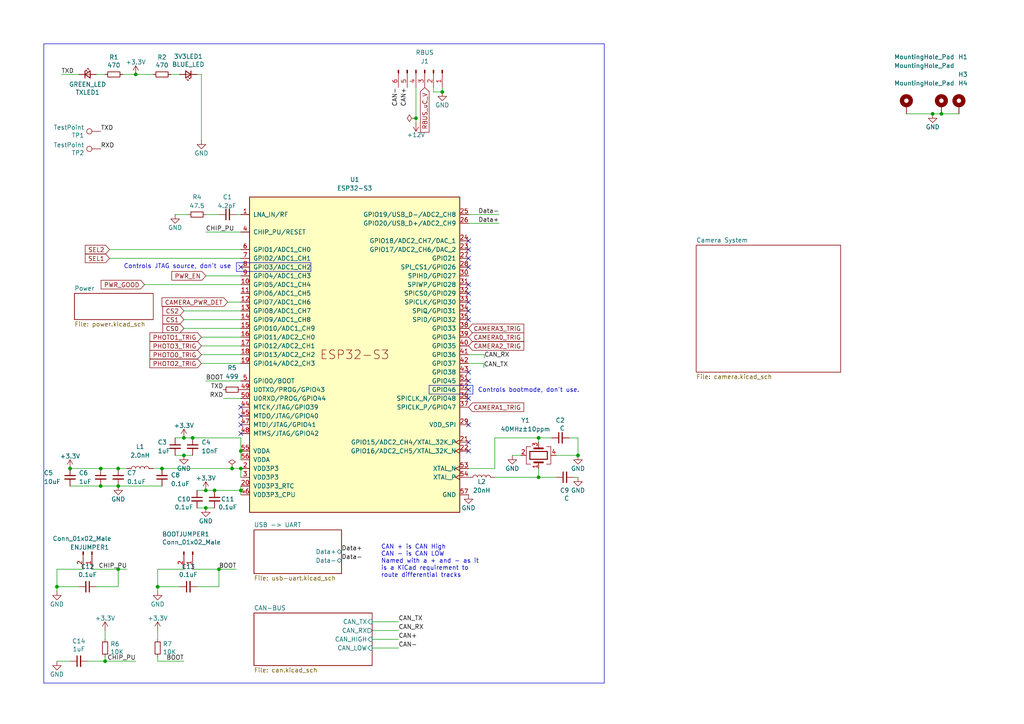
<source format=kicad_sch>
(kicad_sch (version 20231120) (generator "eeschema") (generator_version "8.0")
  (paper "A4")
  (lib_symbols
    (symbol "Connector:Conn_01x02_Male" (pin_names (offset 1.016) hide)
      (property "Reference" "J" (at 0 2.54 0))
      (property "Value" "Conn_01x02_Male" (at 0 -5.08 0))
      (symbol "Conn_01x02_Male_1_1"
        (polyline (pts (xy 1.27 -2.54) (xy 0.8636 -2.54)) (stroke (width 0.1524)))
        (polyline (pts (xy 1.27 0) (xy 0.8636 0)) (stroke (width 0.1524)))
        (rectangle (start 0.8636 -2.413) (end 0 -2.667) (stroke (width 0.1524)) (fill (type outline)))
        (rectangle (start 0.8636 0.127) (end 0 -0.127) (stroke (width 0.1524)) (fill (type outline)))
        (pin passive line (at 5.08 0 180) (length 3.81) (name "Pin_1") (number "1"))
        (pin passive line (at 5.08 -2.54 180) (length 3.81) (name "Pin_2") (number "2"))
      )
    )
    (symbol "Connector:Conn_01x06_Male" (pin_names (offset 1.016) hide)
      (property "Reference" "J" (at 0 7.62 0))
      (property "Value" "Conn_01x06_Male" (at 0 -10.16 0))
      (symbol "Conn_01x06_Male_1_1"
        (polyline (pts (xy 1.27 -7.62) (xy 0.8636 -7.62)) (stroke (width 0.1524)))
        (polyline (pts (xy 1.27 -5.08) (xy 0.8636 -5.08)) (stroke (width 0.1524)))
        (polyline (pts (xy 1.27 -2.54) (xy 0.8636 -2.54)) (stroke (width 0.1524)))
        (polyline (pts (xy 1.27 0) (xy 0.8636 0)) (stroke (width 0.1524)))
        (polyline (pts (xy 1.27 2.54) (xy 0.8636 2.54)) (stroke (width 0.1524)))
        (polyline (pts (xy 1.27 5.08) (xy 0.8636 5.08)) (stroke (width 0.1524)))
        (rectangle (start 0.8636 -7.493) (end 0 -7.747) (stroke (width 0.1524)) (fill (type outline)))
        (rectangle (start 0.8636 -4.953) (end 0 -5.207) (stroke (width 0.1524)) (fill (type outline)))
        (rectangle (start 0.8636 -2.413) (end 0 -2.667) (stroke (width 0.1524)) (fill (type outline)))
        (rectangle (start 0.8636 0.127) (end 0 -0.127) (stroke (width 0.1524)) (fill (type outline)))
        (rectangle (start 0.8636 2.667) (end 0 2.413) (stroke (width 0.1524)) (fill (type outline)))
        (rectangle (start 0.8636 5.207) (end 0 4.953) (stroke (width 0.1524)) (fill (type outline)))
        (pin passive line (at 5.08 5.08 180) (length 3.81) (name "Pin_1") (number "1"))
        (pin passive line (at 5.08 2.54 180) (length 3.81) (name "Pin_2") (number "2"))
        (pin passive line (at 5.08 0 180) (length 3.81) (name "Pin_3") (number "3"))
        (pin passive line (at 5.08 -2.54 180) (length 3.81) (name "Pin_4") (number "4"))
        (pin passive line (at 5.08 -5.08 180) (length 3.81) (name "Pin_5") (number "5"))
        (pin passive line (at 5.08 -7.62 180) (length 3.81) (name "Pin_6") (number "6"))
      )
    )
    (symbol "Connector:TestPoint" (pin_numbers hide) (pin_names (offset 0.762) hide)
      (property "Reference" "TP" (at 0 6.858 0))
      (property "Value" "TestPoint" (at 0 5.08 0))
      (symbol "TestPoint_0_1"
        (circle (center 0 3.302) (radius 0.762))
      )
      (symbol "TestPoint_1_1"
        (pin passive line (at 0 0 90) (length 2.54) (name "1") (number "1"))
      )
    )
    (symbol "Device:C_Small" (pin_numbers hide) (pin_names (offset 0.254) hide)
      (property "Reference" "C" (at 0.254 1.778 0))
      (property "Value" "C_Small" (at 0.254 -2.032 0))
      (symbol "C_Small_0_1"
        (polyline (pts (xy -1.524 -0.508) (xy 1.524 -0.508)) (stroke (width 0.3302)))
        (polyline (pts (xy -1.524 0.508) (xy 1.524 0.508)) (stroke (width 0.3048)))
      )
      (symbol "C_Small_1_1"
        (pin passive line (at 0 2.54 270) (length 2.032) (name "~") (number "1"))
        (pin passive line (at 0 -2.54 90) (length 2.032) (name "~") (number "2"))
      )
    )
    (symbol "Device:Crystal_GND24" (pin_names (offset 1.016) hide)
      (property "Reference" "Y" (at 3.175 5.08 0))
      (property "Value" "Crystal_GND24" (at 3.175 3.175 0))
      (symbol "Crystal_GND24_0_1"
        (rectangle (start -1.143 2.54) (end 1.143 -2.54) (stroke (width 0.3048)))
        (polyline (pts (xy -2.54 0) (xy -2.032 0)))
        (polyline (pts (xy -2.032 -1.27) (xy -2.032 1.27)) (stroke (width 0.508)))
        (polyline (pts (xy 0 -3.81) (xy 0 -3.556)))
        (polyline (pts (xy 0 3.556) (xy 0 3.81)))
        (polyline (pts (xy 2.032 -1.27) (xy 2.032 1.27)) (stroke (width 0.508)))
        (polyline (pts (xy 2.032 0) (xy 2.54 0)))
        (polyline (pts (xy -2.54 -2.286) (xy -2.54 -3.556) (xy 2.54 -3.556) (xy 2.54 -2.286)))
        (polyline (pts (xy -2.54 2.286) (xy -2.54 3.556) (xy 2.54 3.556) (xy 2.54 2.286)))
      )
      (symbol "Crystal_GND24_1_1"
        (pin passive line (at -3.81 0 0) (length 1.27) (name "1") (number "1"))
        (pin passive line (at 0 5.08 270) (length 1.27) (name "2") (number "2"))
        (pin passive line (at 3.81 0 180) (length 1.27) (name "3") (number "3"))
        (pin passive line (at 0 -5.08 90) (length 1.27) (name "4") (number "4"))
      )
    )
    (symbol "Device:L" (pin_numbers hide) (pin_names (offset 1.016) hide)
      (property "Reference" "L" (at -1.27 0 90))
      (property "Value" "L" (at 1.905 0 90))
      (symbol "L_0_1"
        (arc (start 0 -2.54) (mid 0.6323 -1.905) (end 0 -1.27))
        (arc (start 0 -1.27) (mid 0.6323 -0.635) (end 0 0))
        (arc (start 0 0) (mid 0.6323 0.635) (end 0 1.27))
        (arc (start 0 1.27) (mid 0.6323 1.905) (end 0 2.54))
      )
      (symbol "L_1_1"
        (pin passive line (at 0 3.81 270) (length 1.27) (name "1") (number "1"))
        (pin passive line (at 0 -3.81 90) (length 1.27) (name "2") (number "2"))
      )
    )
    (symbol "Device:LED_Small" (pin_numbers hide) (pin_names (offset 0.254) hide)
      (property "Reference" "D" (at -1.27 3.175 0))
      (property "Value" "LED_Small" (at -4.445 -2.54 0))
      (symbol "LED_Small_0_1"
        (polyline (pts (xy -0.762 -1.016) (xy -0.762 1.016)) (stroke (width 0.254)))
        (polyline (pts (xy 1.016 0) (xy -0.762 0)))
        (polyline (pts (xy 0.762 -1.016) (xy -0.762 0) (xy 0.762 1.016) (xy 0.762 -1.016)) (stroke (width 0.254)))
        (polyline (pts (xy 0 0.762) (xy -0.508 1.27) (xy -0.254 1.27) (xy -0.508 1.27) (xy -0.508 1.016)))
        (polyline (pts (xy 0.508 1.27) (xy 0 1.778) (xy 0.254 1.778) (xy 0 1.778) (xy 0 1.524)))
      )
      (symbol "LED_Small_1_1"
        (pin passive line (at -2.54 0 0) (length 1.778) (name "K") (number "1"))
        (pin passive line (at 2.54 0 180) (length 1.778) (name "A") (number "2"))
      )
    )
    (symbol "Device:R_Small" (pin_numbers hide) (pin_names (offset 0.254) hide)
      (property "Reference" "R" (at 0.762 0.508 0))
      (property "Value" "R_Small" (at 0.762 -1.016 0))
      (symbol "R_Small_0_1"
        (rectangle (start -0.762 1.778) (end 0.762 -1.778) (stroke (width 0.2032)))
      )
      (symbol "R_Small_1_1"
        (pin passive line (at 0 2.54 270) (length 0.762) (name "~") (number "1"))
        (pin passive line (at 0 -2.54 90) (length 0.762) (name "~") (number "2"))
      )
    )
    (symbol "Espressif:ESP32-S3" (pin_names (offset 1.016))
      (property "Reference" "U" (at 0 48.26 0))
      (property "Value" "ESP32-S3" (at 0 -48.26 0))
      (symbol "ESP32-S3_0_0"
        (text "ESP32-S3" (at 0 0 0) (effects (font (size 2.54 2.54))))
        (pin bidirectional line (at 33.02 -12.7 180) (length 2.54) (name "SPICLK_N/GPIO48") (number "36"))
        (pin bidirectional line (at 33.02 -15.24 180) (length 2.54) (name "SPICLK_P/GPIO47") (number "37"))
      )
      (symbol "ESP32-S3_0_1"
        (rectangle (start -30.48 45.72) (end 30.48 -45.72) (stroke (width 0.254)) (fill (type background)))
      )
      (symbol "ESP32-S3_1_1"
        (pin bidirectional line (at -33.02 40.64 0) (length 2.54) (name "LNA_IN/RF") (number "1"))
        (pin bidirectional line (at -33.02 20.32 0) (length 2.54) (name "GPIO5/ADC1_CH4") (number "10"))
        (pin bidirectional line (at -33.02 17.78 0) (length 2.54) (name "GPIO6/ADC1_CH5") (number "11"))
        (pin bidirectional line (at -33.02 15.24 0) (length 2.54) (name "GPIO7/ADC1_CH6") (number "12"))
        (pin bidirectional line (at -33.02 12.7 0) (length 2.54) (name "GPIO8/ADC1_CH7") (number "13"))
        (pin bidirectional line (at -33.02 10.16 0) (length 2.54) (name "GPIO9/ADC1_CH8") (number "14"))
        (pin bidirectional line (at -33.02 7.62 0) (length 2.54) (name "GPIO10/ADC1_CH9") (number "15"))
        (pin bidirectional line (at -33.02 5.08 0) (length 2.54) (name "GPIO11/ADC2_CH0") (number "16"))
        (pin bidirectional line (at -33.02 2.54 0) (length 2.54) (name "GPIO12/ADC2_CH1") (number "17"))
        (pin bidirectional line (at -33.02 0 0) (length 2.54) (name "GPIO13/ADC2_CH2") (number "18"))
        (pin bidirectional line (at -33.02 -2.54 0) (length 2.54) (name "GPIO14/ADC2_CH3") (number "19"))
        (pin power_in line (at -33.02 -33.02 0) (length 2.54) (name "VDD3P3") (number "2"))
        (pin power_in line (at -33.02 -38.1 0) (length 2.54) (name "VDD3P3_RTC") (number "20"))
        (pin input clock (at 33.02 -25.4 180) (length 2.54) (name "GPIO15/ADC2_CH4/XTAL_32K_P") (number "21"))
        (pin output clock (at 33.02 -27.94 180) (length 2.54) (name "GPIO16/ADC2_CH5/XTAL_32K_N") (number "22"))
        (pin bidirectional line (at 33.02 30.48 180) (length 2.54) (name "GPIO17/ADC2_CH6/DAC_2") (number "23"))
        (pin bidirectional line (at 33.02 33.02 180) (length 2.54) (name "GPIO18/ADC2_CH7/DAC_1") (number "24"))
        (pin bidirectional line (at 33.02 40.64 180) (length 2.54) (name "GPIO19/USB_D-/ADC2_CH8") (number "25"))
        (pin bidirectional line (at 33.02 38.1 180) (length 2.54) (name "GPIO20/USB_D+/ADC2_CH9") (number "26"))
        (pin bidirectional line (at 33.02 27.94 180) (length 2.54) (name "GPIO21") (number "27"))
        (pin bidirectional line (at 33.02 25.4 180) (length 2.54) (name "SPI_CS1/GPIO26") (number "28"))
        (pin power_out line (at 33.02 -20.32 180) (length 2.54) (name "VDD_SPI") (number "29"))
        (pin power_in line (at -33.02 -35.56 0) (length 2.54) (name "VDD3P3") (number "3"))
        (pin bidirectional line (at 33.02 22.86 180) (length 2.54) (name "SPIHD/GPIO27") (number "30"))
        (pin bidirectional line (at 33.02 20.32 180) (length 2.54) (name "SPIWP/GPIO28") (number "31"))
        (pin bidirectional line (at 33.02 17.78 180) (length 2.54) (name "SPICS0/GPIO29") (number "32"))
        (pin bidirectional line (at 33.02 15.24 180) (length 2.54) (name "SPICLK/GPIO30") (number "33"))
        (pin bidirectional line (at 33.02 12.7 180) (length 2.54) (name "SPIQ/GPIO31") (number "34"))
        (pin bidirectional line (at 33.02 10.16 180) (length 2.54) (name "SPID/GPIO32") (number "35"))
        (pin bidirectional line (at 33.02 7.62 180) (length 2.54) (name "GPIO33") (number "38"))
        (pin bidirectional line (at 33.02 5.08 180) (length 2.54) (name "GPIO34") (number "39"))
        (pin input line (at -33.02 35.56 0) (length 2.54) (name "CHIP_PU/RESET") (number "4"))
        (pin bidirectional line (at 33.02 2.54 180) (length 2.54) (name "GPIO35") (number "40"))
        (pin bidirectional line (at 33.02 0 180) (length 2.54) (name "GPIO36") (number "41"))
        (pin bidirectional line (at 33.02 -2.54 180) (length 2.54) (name "GPIO37") (number "42"))
        (pin bidirectional line (at 33.02 -5.08 180) (length 2.54) (name "GPIO38") (number "43"))
        (pin bidirectional line (at -33.02 -15.24 0) (length 2.54) (name "MTCK/JTAG/GPIO39") (number "44"))
        (pin bidirectional line (at -33.02 -17.78 0) (length 2.54) (name "MTDO/JTAG/GPIO40") (number "45"))
        (pin power_in line (at -33.02 -40.64 0) (length 2.54) (name "VDD3P3_CPU") (number "46"))
        (pin bidirectional line (at -33.02 -20.32 0) (length 2.54) (name "MTDI/JTAG/GPIO41") (number "47"))
        (pin bidirectional line (at -33.02 -22.86 0) (length 2.54) (name "MTMS/JTAG/GPIO42") (number "48"))
        (pin bidirectional line (at -33.02 -10.16 0) (length 2.54) (name "U0TXD/PROG/GPIO43") (number "49"))
        (pin bidirectional line (at -33.02 -7.62 0) (length 2.54) (name "GPIO0/BOOT") (number "5"))
        (pin bidirectional line (at -33.02 -12.7 0) (length 2.54) (name "U0RXD/PROG/GPIO44") (number "50"))
        (pin bidirectional line (at 33.02 -7.62 180) (length 2.54) (name "GPIO45") (number "51"))
        (pin bidirectional line (at 33.02 -10.16 180) (length 2.54) (name "GPIO46") (number "52"))
        (pin input clock (at 33.02 -33.02 180) (length 2.54) (name "XTAL_N") (number "53"))
        (pin output clock (at 33.02 -35.56 180) (length 2.54) (name "XTAL_P") (number "54"))
        (pin power_in line (at -33.02 -27.94 0) (length 2.54) (name "VDDA") (number "55"))
        (pin power_in line (at -33.02 -30.48 0) (length 2.54) (name "VDDA") (number "56"))
        (pin power_in line (at 33.02 -40.64 180) (length 2.54) (name "GND") (number "57"))
        (pin bidirectional line (at -33.02 30.48 0) (length 2.54) (name "GPIO1/ADC1_CH0") (number "6"))
        (pin bidirectional line (at -33.02 27.94 0) (length 2.54) (name "GPIO2/ADC1_CH1") (number "7"))
        (pin bidirectional line (at -33.02 25.4 0) (length 2.54) (name "GPIO3/ADC1_CH2") (number "8"))
        (pin bidirectional line (at -33.02 22.86 0) (length 2.54) (name "GPIO4/ADC1_CH3") (number "9"))
      )
    )
    (symbol "Mechanical:MountingHole_Pad" (pin_numbers hide) (pin_names (offset 1.016) hide)
      (property "Reference" "H" (at 0 6.35 0))
      (property "Value" "MountingHole_Pad" (at 0 4.445 0))
      (symbol "MountingHole_Pad_0_1"
        (circle (center 0 1.27) (radius 1.27) (stroke (width 1.27)))
      )
      (symbol "MountingHole_Pad_1_1"
        (pin input line (at 0 -2.54 90) (length 2.54) (name "1") (number "1"))
      )
    )
    (symbol "power:+12V" (power) (pin_names (offset 0))
      (property "Value" "+12V" (at 0 3.556 0))
      (symbol "+12V_0_1"
        (polyline (pts (xy -0.762 1.27) (xy 0 2.54)))
        (polyline (pts (xy 0 0) (xy 0 2.54)))
        (polyline (pts (xy 0 2.54) (xy 0.762 1.27)))
      )
      (symbol "+12V_1_1"
        (pin power_in line (at 0 0 90) (length 0) hide (name "+12V") (number "1"))
      )
    )
    (symbol "power:+3.3V" (power) (pin_names (offset 0))
      (property "Value" "+3.3V" (at 0 3.556 0))
      (symbol "+3.3V_0_1"
        (polyline (pts (xy -0.762 1.27) (xy 0 2.54)))
        (polyline (pts (xy 0 0) (xy 0 2.54)))
        (polyline (pts (xy 0 2.54) (xy 0.762 1.27)))
      )
      (symbol "+3.3V_1_1"
        (pin power_in line (at 0 0 90) (length 0) hide (name "+3.3V") (number "1"))
      )
    )
    (symbol "power:GND" (power) (pin_names (offset 0))
      (property "Value" "GND" (at 0 -3.81 0))
      (symbol "GND_0_1"
        (polyline (pts (xy 0 0) (xy 0 -1.27) (xy 1.27 -1.27) (xy 0 -2.54) (xy -1.27 -1.27) (xy 0 -1.27)))
      )
      (symbol "GND_1_1"
        (pin power_in line (at 0 0 270) (length 0) hide (name "GND") (number "1"))
      )
    )
    (symbol "power:PWR_FLAG" (power) (pin_numbers hide) (pin_names (offset 0) hide)
      (property "Value" "PWR_FLAG" (at 0 3.81 0))
      (symbol "PWR_FLAG_0_0"
        (pin power_out line (at 0 0 90) (length 0) (name "pwr") (number "1"))
      )
      (symbol "PWR_FLAG_0_1"
        (polyline (pts (xy 0 0) (xy 0 1.27) (xy -1.016 1.905) (xy 0 2.54) (xy 1.016 1.905) (xy 0 1.27)))
      )
    )
  )
  (junction (at 39.37 21.59))
  (junction (at 59.69 142.24))
  (junction (at 53.34 127))
  (junction (at 30.48 191.77))
  (junction (at 69.85 142.24))
  (junction (at 55.88 127))
  (junction (at 63.5 165.1))
  (junction (at 59.69 147.32))
  (junction (at 62.23 142.24))
  (junction (at 34.29 135.89))
  (junction (at 20.32 135.89))
  (junction (at 45.72 170.18))
  (junction (at 46.99 135.89))
  (junction (at 120.65 34.29))
  (junction (at 29.21 135.89))
  (junction (at 34.29 140.97))
  (junction (at 156.21 127))
  (junction (at 273.05 33.02))
  (junction (at 53.34 132.08))
  (junction (at 156.21 138.43))
  (junction (at 69.85 130.81))
  (junction (at 29.21 140.97))
  (junction (at 16.51 170.18))
  (junction (at 270.51 33.02))
  (junction (at 167.64 132.08))
  (junction (at 67.31 135.89))
  (junction (at 128.27 26.67))
  (junction (at 34.29 165.1))
  (junction (at 69.85 135.89))
  (no_connect (at 69.85 125.73))
  (no_connect (at 135.89 77.47))
  (no_connect (at 135.89 69.85))
  (no_connect (at 135.89 107.95))
  (no_connect (at 135.89 87.63))
  (no_connect (at 135.89 115.57))
  (no_connect (at 135.89 82.55))
  (no_connect (at 69.85 123.19))
  (no_connect (at 135.89 130.81))
  (no_connect (at 135.89 90.17))
  (no_connect (at 69.85 77.47))
  (no_connect (at 69.85 120.65))
  (no_connect (at 135.89 72.39))
  (no_connect (at 135.89 74.93))
  (no_connect (at 69.85 118.11))
  (no_connect (at 135.89 113.03))
  (no_connect (at 135.89 110.49))
  (no_connect (at 135.89 92.71))
  (no_connect (at 135.89 128.27))
  (no_connect (at 135.89 85.09))
  (no_connect (at 135.89 123.19))
  (wire (pts (xy 30.48 191.77) (xy 30.48 190.5)))
  (wire (pts (xy 135.89 62.23) (xy 144.78 62.23)))
  (wire (pts (xy 69.85 135.89) (xy 69.85 138.43)))
  (polyline (pts (xy 90.17 78.74) (xy 68.58 78.74)))
  (wire (pts (xy 63.5 170.18) (xy 63.5 165.1)))
  (wire (pts (xy 53.34 90.17) (xy 69.85 90.17)))
  (wire (pts (xy 67.31 135.89) (xy 69.85 135.89)))
  (polyline (pts (xy 68.58 76.2) (xy 68.58 78.74)))
  (wire (pts (xy 16.51 191.77) (xy 20.32 191.77)))
  (wire (pts (xy 107.95 180.34) (xy 115.57 180.34)))
  (wire (pts (xy 58.42 105.41) (xy 69.85 105.41)))
  (wire (pts (xy 128.27 25.4) (xy 128.27 26.67)))
  (wire (pts (xy 160.02 127) (xy 156.21 127)))
  (wire (pts (xy 45.72 165.1) (xy 53.34 165.1)))
  (wire (pts (xy 125.73 26.67) (xy 128.27 26.67)))
  (wire (pts (xy 41.91 82.55) (xy 69.85 82.55)))
  (wire (pts (xy 58.42 21.59) (xy 57.15 21.59)))
  (wire (pts (xy 29.21 135.89) (xy 34.29 135.89)))
  (wire (pts (xy 120.65 34.29) (xy 120.65 25.4)))
  (wire (pts (xy 143.51 138.43) (xy 156.21 138.43)))
  (wire (pts (xy 59.69 110.49) (xy 69.85 110.49)))
  (polyline (pts (xy 12.7 12.7) (xy 12.7 198.12)))
  (wire (pts (xy 262.89 33.02) (xy 270.51 33.02)))
  (wire (pts (xy 16.51 170.18) (xy 16.51 171.45)))
  (wire (pts (xy 57.15 170.18) (xy 63.5 170.18)))
  (polyline (pts (xy 137.16 111.76) (xy 137.16 114.3)))
  (wire (pts (xy 68.58 165.1) (xy 63.5 165.1)))
  (wire (pts (xy 68.58 62.23) (xy 69.85 62.23)))
  (wire (pts (xy 27.94 21.59) (xy 30.48 21.59)))
  (wire (pts (xy 16.51 165.1) (xy 16.51 170.18)))
  (wire (pts (xy 161.29 132.08) (xy 167.64 132.08)))
  (wire (pts (xy 30.48 182.88) (xy 30.48 185.42)))
  (wire (pts (xy 57.15 147.32) (xy 59.69 147.32)))
  (polyline (pts (xy 68.58 76.2) (xy 90.17 76.2)))
  (wire (pts (xy 34.29 135.89) (xy 36.83 135.89)))
  (wire (pts (xy 69.85 142.24) (xy 69.85 143.51)))
  (wire (pts (xy 62.23 142.24) (xy 69.85 142.24)))
  (wire (pts (xy 64.77 115.57) (xy 69.85 115.57)))
  (wire (pts (xy 53.34 132.08) (xy 55.88 132.08)))
  (wire (pts (xy 143.51 135.89) (xy 143.51 127)))
  (wire (pts (xy 156.21 127) (xy 156.21 128.27)))
  (wire (pts (xy 34.29 165.1) (xy 36.83 165.1)))
  (wire (pts (xy 135.89 105.41) (xy 140.335 105.41)))
  (wire (pts (xy 50.8 132.08) (xy 53.34 132.08)))
  (polyline (pts (xy 124.46 111.76) (xy 124.46 114.3)))
  (polyline (pts (xy 12.7 12.7) (xy 175.26 12.7)))
  (wire (pts (xy 31.75 74.93) (xy 69.85 74.93)))
  (wire (pts (xy 69.85 130.81) (xy 69.85 133.35)))
  (wire (pts (xy 22.86 170.18) (xy 16.51 170.18)))
  (wire (pts (xy 50.8 127) (xy 53.34 127)))
  (wire (pts (xy 17.78 21.59) (xy 22.86 21.59)))
  (wire (pts (xy 52.07 170.18) (xy 45.72 170.18)))
  (wire (pts (xy 50.8 62.23) (xy 54.61 62.23)))
  (wire (pts (xy 59.69 62.23) (xy 63.5 62.23)))
  (wire (pts (xy 278.13 33.02) (xy 273.05 33.02)))
  (wire (pts (xy 29.21 140.97) (xy 34.29 140.97)))
  (wire (pts (xy 35.56 21.59) (xy 39.37 21.59)))
  (wire (pts (xy 55.88 127) (xy 69.85 127)))
  (wire (pts (xy 120.65 35.56) (xy 120.65 34.29)))
  (wire (pts (xy 107.95 187.96) (xy 115.57 187.96)))
  (wire (pts (xy 107.95 182.88) (xy 115.57 182.88)))
  (wire (pts (xy 69.85 127) (xy 69.85 130.81)))
  (polyline (pts (xy 137.16 114.3) (xy 124.46 114.3)))
  (wire (pts (xy 55.88 165.1) (xy 63.5 165.1)))
  (wire (pts (xy 125.73 25.4) (xy 125.73 26.67)))
  (wire (pts (xy 25.4 191.77) (xy 30.48 191.77)))
  (wire (pts (xy 273.05 33.02) (xy 270.51 33.02)))
  (wire (pts (xy 135.89 135.89) (xy 143.51 135.89)))
  (wire (pts (xy 45.72 170.18) (xy 45.72 171.45)))
  (wire (pts (xy 45.72 191.77) (xy 45.72 190.5)))
  (wire (pts (xy 49.53 21.59) (xy 52.07 21.59)))
  (wire (pts (xy 58.42 102.87) (xy 69.85 102.87)))
  (wire (pts (xy 148.59 132.08) (xy 151.13 132.08)))
  (wire (pts (xy 161.29 138.43) (xy 156.21 138.43)))
  (wire (pts (xy 135.89 102.87) (xy 140.462 102.87)))
  (wire (pts (xy 59.69 67.31) (xy 69.85 67.31)))
  (wire (pts (xy 53.34 191.77) (xy 45.72 191.77)))
  (wire (pts (xy 20.32 135.89) (xy 29.21 135.89)))
  (wire (pts (xy 58.42 21.59) (xy 58.42 40.64)))
  (wire (pts (xy 156.21 135.89) (xy 156.21 138.43)))
  (wire (pts (xy 34.29 170.18) (xy 34.29 165.1)))
  (polyline (pts (xy 90.17 76.2) (xy 90.17 78.74)))
  (wire (pts (xy 143.51 127) (xy 156.21 127)))
  (wire (pts (xy 167.64 138.43) (xy 166.37 138.43)))
  (wire (pts (xy 58.42 97.79) (xy 69.85 97.79)))
  (wire (pts (xy 140.335 105.41) (xy 140.335 106.68)))
  (wire (pts (xy 167.64 127) (xy 167.64 132.08)))
  (wire (pts (xy 58.42 100.33) (xy 69.85 100.33)))
  (wire (pts (xy 31.75 72.39) (xy 69.85 72.39)))
  (wire (pts (xy 39.37 21.59) (xy 44.45 21.59)))
  (wire (pts (xy 140.462 102.87) (xy 140.462 103.886)))
  (polyline (pts (xy 124.46 111.76) (xy 137.16 111.76)))
  (wire (pts (xy 59.69 147.32) (xy 62.23 147.32)))
  (wire (pts (xy 59.69 80.01) (xy 69.85 80.01)))
  (wire (pts (xy 30.48 191.77) (xy 39.37 191.77)))
  (wire (pts (xy 107.95 185.42) (xy 115.57 185.42)))
  (wire (pts (xy 53.34 127) (xy 55.88 127)))
  (wire (pts (xy 44.45 135.89) (xy 46.99 135.89)))
  (polyline (pts (xy 175.26 12.7) (xy 175.26 198.12)))
  (wire (pts (xy 46.99 135.89) (xy 67.31 135.89)))
  (wire (pts (xy 34.29 140.97) (xy 46.99 140.97)))
  (wire (pts (xy 135.89 64.77) (xy 144.78 64.77)))
  (wire (pts (xy 27.94 170.18) (xy 34.29 170.18)))
  (wire (pts (xy 45.72 165.1) (xy 45.72 170.18)))
  (wire (pts (xy 53.34 95.25) (xy 69.85 95.25)))
  (wire (pts (xy 59.69 142.24) (xy 62.23 142.24)))
  (wire (pts (xy 57.15 142.24) (xy 59.69 142.24)))
  (wire (pts (xy 53.34 92.71) (xy 69.85 92.71)))
  (wire (pts (xy 20.32 140.97) (xy 29.21 140.97)))
  (wire (pts (xy 66.04 87.63) (xy 69.85 87.63)))
  (wire (pts (xy 69.85 142.24) (xy 69.85 140.97)))
  (wire (pts (xy 167.64 127) (xy 165.1 127)))
  (wire (pts (xy 26.67 165.1) (xy 34.29 165.1)))
  (wire (pts (xy 45.72 182.88) (xy 45.72 185.42)))
  (wire (pts (xy 16.51 165.1) (xy 24.13 165.1)))
  (polyline (pts (xy 175.26 198.12) (xy 12.7 198.12)))
  (text "Controls bootmode, don't use.\n" (at 138.5894 113.9757 0) (effects (font (size 1.27 1.27)) (justify left bottom)))
  (text "CAN + is CAN High\nCAN - is CAN LOW\nNamed with a + and - as it\nis a KiCad requirement to\nroute differential tracks\n" (at 110.49 167.64 0) (effects (font (size 1.27 1.27)) (justify left bottom)))
  (text "Controls JTAG source, don't use\n" (at 67.0857 78.0878 0) (effects (font (size 1.27 1.27)) (justify right bottom)))
  (label "CHIP_PU" (at 36.83 165.1 180))
  (label "CAN+" (at 115.57 185.42 0))
  (label "CAN_TX" (at 140.335 106.68 0))
  (label "Data+" (at 99.06 160.02 0))
  (label "RXD" (at 29.21 43.18 0))
  (label "Data-" (at 99.06 162.56 0))
  (label "BOOT" (at 53.34 191.77 180))
  (label "TXD" (at 29.21 38.1 0))
  (label "CAN-" (at 115.57 25.4 270))
  (label "CAN+" (at 118.11 25.4 270))
  (label "CAN_TX" (at 115.57 180.34 0))
  (label "BOOT" (at 68.58 165.1 180))
  (label "RXD" (at 64.77 115.57 180))
  (label "BOOT" (at 59.69 110.49 0))
  (label "TXD" (at 64.77 113.03 180))
  (label "CHIP_PU" (at 59.69 67.31 0))
  (label "CAN_RX" (at 115.57 182.88 0))
  (label "Data+" (at 144.78 64.77 180))
  (label "Data-" (at 144.78 62.23 180))
  (label "CAN-" (at 115.57 187.96 0))
  (label "CAN_RX" (at 140.462 103.886 0))
  (label "TXD" (at 17.78 21.59 0))
  (label "CHIP_PU" (at 39.37 191.77 180))
  (global_label "CAMERA0_TRIG" (shape input) (at 135.89 97.79 0) (property "Intersheetrefs" "${INTERSHEET_REFS}" (effects (hide yes))))
  (global_label "PHOTO0_TRIG" (shape input) (at 58.42 102.87 180) (property "Intersheetrefs" "${INTERSHEET_REFS}" (effects (hide yes))))
  (global_label "CAMERA2_TRIG" (shape input) (at 135.89 100.33 0) (property "Intersheetrefs" "${INTERSHEET_REFS}" (effects (hide yes))))
  (global_label "CS2" (shape input) (at 53.34 90.17 180) (property "Intersheetrefs" "${INTERSHEET_REFS}" (effects (hide yes))))
  (global_label "SEL1" (shape input) (at 31.75 74.93 180) (property "Intersheetrefs" "${INTERSHEET_REFS}" (effects (hide yes))))
  (global_label "PHOTO2_TRIG" (shape input) (at 58.42 105.41 180) (property "Intersheetrefs" "${INTERSHEET_REFS}" (effects (hide yes))))
  (global_label "PHOTO1_TRIG" (shape input) (at 58.42 97.79 180) (property "Intersheetrefs" "${INTERSHEET_REFS}" (effects (hide yes))))
  (global_label "CS1" (shape input) (at 53.34 92.71 180) (property "Intersheetrefs" "${INTERSHEET_REFS}" (effects (hide yes))))
  (global_label "CS0" (shape input) (at 53.34 95.25 180) (property "Intersheetrefs" "${INTERSHEET_REFS}" (effects (hide yes))))
  (global_label "PHOTO3_TRIG" (shape input) (at 58.42 100.33 180) (property "Intersheetrefs" "${INTERSHEET_REFS}" (effects (hide yes))))
  (global_label "CAMERA_PWR_DET" (shape input) (at 66.04 87.63 180) (property "Intersheetrefs" "${INTERSHEET_REFS}" (effects (hide yes))))
  (global_label "CAMERA1_TRIG" (shape input) (at 135.89 118.11 0) (property "Intersheetrefs" "${INTERSHEET_REFS}" (effects (hide yes))))
  (global_label "RBUS_uC_V" (shape input) (at 123.19 25.4 270) (property "Intersheetrefs" "${INTERSHEET_REFS}" (effects (hide yes))))
  (global_label "PWR_GOOD" (shape input) (at 41.91 82.55 180) (property "Intersheetrefs" "${INTERSHEET_REFS}" (effects (hide yes))))
  (global_label "SEL2" (shape input) (at 31.75 72.39 180) (property "Intersheetrefs" "${INTERSHEET_REFS}" (effects (hide yes))))
  (global_label "CAMERA3_TRIG" (shape input) (at 135.89 95.25 0) (property "Intersheetrefs" "${INTERSHEET_REFS}" (effects (hide yes))))
  (global_label "PWR_EN" (shape input) (at 59.69 80.01 180) (property "Intersheetrefs" "${INTERSHEET_REFS}" (effects (hide yes))))
  (symbol (lib_id "power:+3.3V") (at 30.48 182.88 0) (unit 1)
    (property "Reference" "#PWR021" (effects (hide yes)))
    (property "Value" "+3.3V" (at 30.48 179.324 0))
  )
  (symbol (lib_id "Device:R_Small") (at 30.48 187.96 0) (unit 1)
    (property "Reference" "R6" (at 31.9786 186.7916 0) (effects (justify left)))
    (property "Value" "10K" (at 31.9786 189.103 0) (effects (justify left)))
    (property "Footprint" "Resistor_SMD:R_0402_1005Metric" (effects (hide yes)))
  )
  (symbol (lib_id "Device:C_Small") (at 22.86 191.77 90) (mirror x) (unit 1)
    (property "Reference" "C14" (at 22.86 185.9534 90))
    (property "Value" "1uF" (at 22.86 188.2648 90))
    (property "Footprint" "Capacitor_SMD:C_0402_1005Metric" (effects (hide yes)))
  )
  (symbol (lib_id "power:GND") (at 16.51 191.77 0) (unit 1)
    (property "Reference" "#PWR023" (effects (hide yes)))
    (property "Value" "GND" (at 16.51 195.58 0))
  )
  (symbol (lib_id "power:+3.3V") (at 45.72 182.88 0) (unit 1)
    (property "Reference" "#PWR022" (effects (hide yes)))
    (property "Value" "+3.3V" (at 45.72 179.324 0))
  )
  (symbol (lib_id "Device:R_Small") (at 45.72 187.96 0) (unit 1)
    (property "Reference" "R7" (at 47.2186 186.7916 0) (effects (justify left)))
    (property "Value" "10K" (at 47.2186 189.103 0) (effects (justify left)))
    (property "Footprint" "Resistor_SMD:R_0402_1005Metric" (effects (hide yes)))
  )
  (symbol (lib_id "power:GND") (at 45.72 171.45 0) (unit 1)
    (property "Reference" "#PWR020" (effects (hide yes)))
    (property "Value" "GND" (at 45.72 175.26 0))
  )
  (symbol (lib_id "Device:C_Small") (at 54.61 170.18 90) (mirror x) (unit 1)
    (property "Reference" "C13" (at 54.61 164.3634 90))
    (property "Value" "0.1uF" (at 54.61 166.6748 90))
    (property "Footprint" "Capacitor_SMD:C_0402_1005Metric" (effects (hide yes)))
  )
  (symbol (lib_id "power:GND") (at 16.51 171.45 0) (unit 1)
    (property "Reference" "#PWR019" (effects (hide yes)))
    (property "Value" "GND" (at 16.51 175.26 0))
  )
  (symbol (lib_id "Device:C_Small") (at 25.4 170.18 270) (unit 1)
    (property "Reference" "C12" (at 25.4 164.3634 90))
    (property "Value" "0.1uF" (at 25.4 166.6748 90))
    (property "Footprint" "Capacitor_SMD:C_0402_1005Metric" (effects (hide yes)))
  )
  (symbol (lib_id "Device:LED_Small") (at 25.4 21.59 0) (unit 1)
    (property "Reference" "TXLED1" (at 25.4 26.797 0))
    (property "Value" "GREEN_LED" (at 25.4 24.4856 0))
    (property "Footprint" "Resistor_SMD:R_0402_1005Metric" (effects (hide yes)))
  )
  (symbol (lib_id "Device:R_Small") (at 33.02 21.59 270) (unit 1)
    (property "Reference" "R1" (at 33.02 16.6116 90))
    (property "Value" "470" (at 33.02 18.923 90))
    (property "Footprint" "Resistor_SMD:R_0402_1005Metric" (effects (hide yes)))
  )
  (symbol (lib_id "power:GND") (at 58.42 40.64 0) (unit 1)
    (property "Reference" "#PWR06" (effects (hide yes)))
    (property "Value" "GND" (at 58.42 44.45 0))
  )
  (symbol (lib_id "power:+3.3V") (at 39.37 21.59 0) (unit 1)
    (property "Reference" "#PWR01" (effects (hide yes)))
    (property "Value" "+3.3V" (at 39.37 18.034 0))
  )
  (symbol (lib_id "Device:LED_Small") (at 54.61 21.59 180) (unit 1)
    (property "Reference" "3V3LED1" (at 54.61 16.383 0))
    (property "Value" "BLUE_LED" (at 54.61 18.6944 0))
    (property "Footprint" "LED_SMD:LED_0402_1005Metric" (effects (hide yes)))
  )
  (symbol (lib_id "Device:R_Small") (at 46.99 21.59 270) (unit 1)
    (property "Reference" "R2" (at 46.99 16.6116 90))
    (property "Value" "470" (at 46.99 18.923 90))
    (property "Footprint" "Resistor_SMD:R_0402_1005Metric" (effects (hide yes)))
  )
  (symbol (lib_id "Connector:Conn_01x02_Male") (at 26.67 160.02 270) (unit 1)
    (property "Reference" "ENJUMPER1" (at 20.32 158.75 90) (effects (justify left)))
    (property "Value" "Conn_01x02_Male" (at 15.24 156.21 90) (effects (justify left)))
    (property "Footprint" "Connector_PinHeader_2.54mm:PinHeader_1x02_P2.54mm_Vertical" (effects (hide yes)))
  )
  (symbol (lib_id "Connector:Conn_01x02_Male") (at 55.88 160.02 270) (unit 1)
    (property "Reference" "BOOTJUMPER1" (at 46.99 154.94 90) (effects (justify left)))
    (property "Value" "Conn_01x02_Male" (at 46.99 157.2514 90) (effects (justify left)))
    (property "Footprint" "Connector_PinHeader_2.54mm:PinHeader_1x02_P2.54mm_Vertical" (effects (hide yes)))
  )
  (symbol (lib_id "power:GND") (at 128.27 26.67 0) (unit 1)
    (property "Reference" "#PWR03" (effects (hide yes)))
    (property "Value" "GND" (at 128.27 30.48 0))
  )
  (symbol (lib_id "Connector:Conn_01x06_Male") (at 123.19 20.32 270) (unit 1)
    (property "Reference" "J1" (at 123.19 17.78 90))
    (property "Value" "RBUS" (at 123.19 15.24 90))
    (property "Footprint" "Connector_Molex:Molex_Mini-Fit_Jr_5566-06A_2x03_P4.20mm_Vertical" (effects (hide yes)))
  )
  (symbol (lib_id "Connector:TestPoint") (at 29.21 38.1 90) (unit 1)
    (property "Reference" "TP1" (at 24.4348 39.2684 90) (effects (justify left)))
    (property "Value" "TestPoint" (at 24.4348 36.957 90) (effects (justify left)))
    (property "Footprint" "TestPoint:TestPoint_Pad_D1.0mm" (effects (hide yes)))
  )
  (symbol (lib_id "power:GND") (at 167.64 132.08 0) (unit 1)
    (property "Reference" "#PWR011" (effects (hide yes)))
    (property "Value" "GND" (at 167.64 135.89 0))
  )
  (symbol (lib_id "power:GND") (at 34.29 140.97 0) (unit 1)
    (property "Reference" "#PWR014" (effects (hide yes)))
    (property "Value" "GND" (at 34.29 144.78 0))
  )
  (symbol (lib_id "Device:C_Small") (at 55.88 129.54 0) (unit 1)
    (property "Reference" "C4" (at 58.42 128.2762 0) (effects (justify left)))
    (property "Value" "10nF" (at 58.42 130.8162 0) (effects (justify left)))
    (property "Footprint" "Capacitor_SMD:C_0402_1005Metric" (effects (hide yes)))
  )
  (symbol (lib_id "power:+3.3V") (at 53.34 127 0) (unit 1)
    (property "Reference" "#PWR08" (effects (hide yes)))
    (property "Value" "+3.3V" (at 53.34 123.444 0))
  )
  (symbol (lib_id "Device:C_Small") (at 50.8 129.54 0) (unit 1)
    (property "Reference" "C3" (at 45.72 128.27 0) (effects (justify left)))
    (property "Value" "1uF" (at 45.72 130.81 0) (effects (justify left)))
    (property "Footprint" "Capacitor_SMD:C_0402_1005Metric" (effects (hide yes)))
  )
  (symbol (lib_id "Mechanical:MountingHole_Pad") (at 278.13 30.48 0) (unit 1)
    (property "Reference" "H4" (at 280.67 24.13 0) (effects (justify right)))
    (property "Value" "MountingHole_Pad" (at 276.86 16.51 0) (effects (justify right)))
    (property "Footprint" "MountingHole:MountingHole_3.2mm_M3_DIN965_Pad" (effects (hide yes)))
  )
  (symbol (lib_id "power:GND") (at 59.69 147.32 0) (unit 1)
    (property "Reference" "#PWR017" (effects (hide yes)))
    (property "Value" "GND" (at 59.69 151.13 0))
  )
  (symbol (lib_id "power:+12V") (at 120.65 35.56 180) (unit 1)
    (property "Reference" "#PWR05" (effects (hide yes)))
    (property "Value" "+12V" (at 120.65 39.116 0))
  )
  (symbol (lib_id "Device:C_Small") (at 20.32 138.43 0) (unit 1)
    (property "Reference" "C5" (at 12.7 137.16 0) (effects (justify left)))
    (property "Value" "10uF" (at 12.7 139.7 0) (effects (justify left)))
    (property "Footprint" "Capacitor_SMD:C_0402_1005Metric" (effects (hide yes)))
  )
  (symbol (lib_id "Device:C_Small") (at 57.15 144.78 0) (unit 1)
    (property "Reference" "C10" (at 53.34 144.78 0))
    (property "Value" "0.1uF" (at 53.34 147.0914 0))
    (property "Footprint" "Capacitor_SMD:C_0402_1005Metric" (effects (hide yes)))
  )
  (symbol (lib_id "Device:C_Small") (at 163.83 138.43 90) (unit 1)
    (property "Reference" "C9" (at 165.1 142.24 90) (effects (justify left)))
    (property "Value" "C" (at 165.1 144.5514 90) (effects (justify left)))
    (property "Footprint" "Capacitor_SMD:C_0402_1005Metric" (effects (hide yes)))
  )
  (symbol (lib_id "power:GND") (at 167.64 138.43 0) (unit 1)
    (property "Reference" "#PWR013" (effects (hide yes)))
    (property "Value" "GND" (at 167.64 142.24 0))
  )
  (symbol (lib_id "Device:C_Small") (at 34.29 138.43 0) (unit 1)
    (property "Reference" "C7" (at 36.83 137.1662 0) (effects (justify left)))
    (property "Value" "0.1uF" (at 36.83 139.7062 0) (effects (justify left)))
    (property "Footprint" "Capacitor_SMD:C_0402_1005Metric" (effects (hide yes)))
  )
  (symbol (lib_id "power:GND") (at 53.34 132.08 0) (unit 1)
    (property "Reference" "#PWR09" (effects (hide yes)))
    (property "Value" "GND" (at 53.34 135.89 0))
  )
  (symbol (lib_id "Mechanical:MountingHole_Pad") (at 262.89 30.48 0) (unit 1)
    (property "Reference" "H1" (at 280.67 16.51 0) (effects (justify right)))
    (property "Value" "MountingHole_Pad" (at 276.86 24.13 0) (effects (justify right)))
    (property "Footprint" "MountingHole:MountingHole_3.2mm_M3_DIN965_Pad" (effects (hide yes)))
  )
  (symbol (lib_id "power:PWR_FLAG") (at 120.65 34.29 90) (unit 1)
    (property "Reference" "#FLG01" (effects (hide yes)))
    (property "Value" "PWR_FLAG" (effects (hide yes)))
  )
  (symbol (lib_id "Device:C_Small") (at 62.23 144.78 0) (unit 1)
    (property "Reference" "C11" (at 66.04 144.78 0))
    (property "Value" "0.1uF" (at 66.04 147.0914 0))
    (property "Footprint" "Capacitor_SMD:C_0402_1005Metric" (effects (hide yes)))
  )
  (symbol (lib_id "Device:C_Small") (at 162.56 127 90) (unit 1)
    (property "Reference" "C2" (at 163.83 121.92 90) (effects (justify left)))
    (property "Value" "C" (at 163.83 124.2314 90) (effects (justify left)))
    (property "Footprint" "Capacitor_SMD:C_0402_1005Metric" (effects (hide yes)))
  )
  (symbol (lib_id "power:GND") (at 148.59 132.08 0) (unit 1)
    (property "Reference" "#PWR010" (effects (hide yes)))
    (property "Value" "GND" (at 148.59 135.89 0))
  )
  (symbol (lib_id "Device:L") (at 139.7 138.43 90) (unit 1)
    (property "Reference" "L2" (at 139.7 139.7 90))
    (property "Value" "20nH" (at 139.7 142.24 90))
    (property "Footprint" "Inductor_SMD:L_0402_1005Metric" (effects (hide yes)))
  )
  (symbol (lib_id "power:+3.3V") (at 59.69 142.24 0) (unit 1)
    (property "Reference" "#PWR015" (effects (hide yes)))
    (property "Value" "+3.3V" (at 59.69 138.684 0))
  )
  (symbol (lib_id "Connector:TestPoint") (at 29.21 43.18 90) (unit 1)
    (property "Reference" "TP2" (at 24.4348 44.3484 90) (effects (justify left)))
    (property "Value" "TestPoint" (at 24.4348 42.037 90) (effects (justify left)))
    (property "Footprint" "TestPoint:TestPoint_Pad_D1.0mm" (effects (hide yes)))
  )
  (symbol (lib_id "Device:C_Small") (at 66.04 62.23 90) (unit 1)
    (property "Reference" "C1" (at 67.31 57.15 90) (effects (justify left)))
    (property "Value" "4.2pF" (at 68.58 59.69 90) (effects (justify left)))
    (property "Footprint" "Capacitor_SMD:C_0402_1005Metric" (effects (hide yes)))
  )
  (symbol (lib_id "Device:L") (at 40.64 135.89 90) (unit 1)
    (property "Reference" "L1" (at 40.64 129.54 90))
    (property "Value" "2.0nH" (at 40.64 132.08 90))
    (property "Footprint" "Inductor_SMD:L_0402_1005Metric" (effects (hide yes)))
  )
  (symbol (lib_id "power:+3.3V") (at 20.32 135.89 0) (unit 1)
    (property "Reference" "#PWR012" (effects (hide yes)))
    (property "Value" "+3.3V" (at 20.32 132.334 0))
  )
  (symbol (lib_id "Espressif:ESP32-S3") (at 102.87 102.87 0) (unit 1)
    (property "Reference" "U1" (at 102.87 52.07 0))
    (property "Value" "ESP32-S3" (at 102.87 54.61 0))
    (property "Footprint" "iclr:QFN40P700X700X90-57N" (effects (hide yes)))
    (property "Datasheet" "https://www.espressif.com/sites/default/files/documentation/esp32-s3_datasheet_en.pdf" (effects (hide yes)))
  )
  (symbol (lib_id "Mechanical:MountingHole_Pad") (at 273.05 30.48 0) (unit 1)
    (property "Reference" "H3" (at 280.67 21.59 0) (effects (justify right)))
    (property "Value" "MountingHole_Pad" (at 276.86 19.05 0) (effects (justify right)))
    (property "Footprint" "MountingHole:MountingHole_3.2mm_M3_DIN965_Pad" (effects (hide yes)))
  )
  (symbol (lib_id "power:GND") (at 270.51 33.02 0) (unit 1)
    (property "Reference" "#PWR04" (effects (hide yes)))
    (property "Value" "GND" (at 270.51 36.83 0))
  )
  (symbol (lib_id "Device:Crystal_GND24") (at 156.21 132.08 90) (unit 1)
    (property "Reference" "Y1" (at 152.4 121.92 90))
    (property "Value" "40MHz±10ppm" (at 152.4 124.46 90))
    (property "Footprint" "Crystal:Crystal_SMD_2016-4Pin_2.0x1.6mm" (effects (hide yes)))
  )
  (symbol (lib_id "Device:C_Small") (at 29.21 138.43 0) (unit 1)
    (property "Reference" "C6" (at 22.86 137.16 0) (effects (justify left)))
    (property "Value" "1uF" (at 22.86 139.7 0) (effects (justify left)))
    (property "Footprint" "Capacitor_SMD:C_0402_1005Metric" (effects (hide yes)))
  )
  (symbol (lib_id "power:GND") (at 135.89 143.51 0) (unit 1)
    (property "Reference" "#PWR016" (effects (hide yes)))
    (property "Value" "GND" (at 135.89 147.32 0))
  )
  (symbol (lib_id "power:GND") (at 50.8 62.23 0) (unit 1)
    (property "Reference" "#PWR07" (effects (hide yes)))
    (property "Value" "GND" (at 50.8 66.04 0))
  )
  (symbol (lib_id "Device:R_Small") (at 67.31 113.03 90) (unit 1)
    (property "Reference" "R5" (at 67.31 106.68 90))
    (property "Value" "499" (at 67.31 109.22 90))
    (property "Footprint" "Resistor_SMD:R_0402_1005Metric" (effects (hide yes)))
  )
  (symbol (lib_id "Device:R_Small") (at 57.15 62.23 90) (unit 1)
    (property "Reference" "R4" (at 57.15 57.15 90))
    (property "Value" "47.5" (at 57.15 59.69 90))
    (property "Footprint" "Resistor_SMD:R_0402_1005Metric" (effects (hide yes)))
  )
  (symbol (lib_id "power:PWR_FLAG") (at 67.31 135.89 0) (unit 1)
    (property "Reference" "#FLG02" (effects (hide yes)))
    (property "Value" "PWR_FLAG" (effects (hide yes)))
  )
  (symbol (lib_id "Device:C_Small") (at 46.99 138.43 180) (unit 1)
    (property "Reference" "C8" (at 49.53 137.7886 0) (effects (justify right)))
    (property "Value" "0.1uF" (at 49.53 140.3286 0) (effects (justify right)))
    (property "Footprint" "Capacitor_SMD:C_0402_1005Metric" (effects (hide yes)))
  )
  (sheet (at 73.66 153.67) (size 25.4 12.7)
    (property "Sheetname" "USB -> UART" (at 73.66 152.9584 0) (effects (justify left bottom)))
    (property "Sheetfile" "usb-uart.kicad_sch" (at 73.66 166.9546 0) (effects (justify left top)))
    (pin "Data+" bidirectional (at 99.06 160.02 0))
    (pin "Data-" bidirectional (at 99.06 162.56 0))
  )
  (sheet (at 73.66 177.8) (size 34.29 15.24)
    (property "Sheetname" "CAN-BUS" (at 73.66 177.0884 0) (effects (justify left bottom)))
    (property "Sheetfile" "can.kicad_sch" (at 73.66 193.6246 0) (effects (justify left top)))
    (pin "CAN_TX" input (at 107.95 180.34 0))
    (pin "CAN_RX" output (at 107.95 182.88 0))
    (pin "CAN_HIGH" input (at 107.95 185.42 0))
    (pin "CAN_LOW" input (at 107.95 187.96 0))
  )
  (sheet (at 21.59 85.09) (size 22.86 7.62) (stroke (width 0.1524))
    (property "Sheetname" "Power" (at 21.59 84.3784 0) (effects (justify left bottom)))
    (property "Sheetfile" "power.kicad_sch" (at 21.59 93.2946 0) (effects (justify left top)))
  )
  (sheet (at 201.93 71.12) (size 41.91 36.83) (stroke (width 0.1524))
    (property "Sheetname" "Camera System" (at 201.93 70.4084 0) (effects (justify left bottom)))
    (property "Sheetfile" "camera.kicad_sch" (at 201.93 108.5346 0) (effects (justify left top)))
  )
)
</source>
